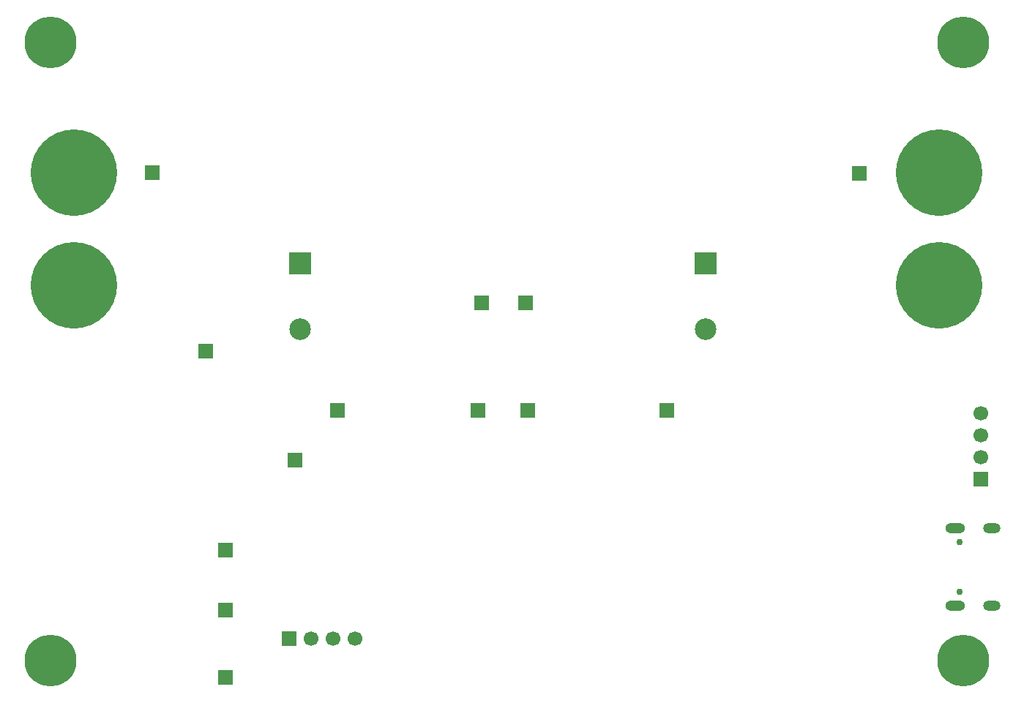
<source format=gbs>
G04*
G04 #@! TF.GenerationSoftware,Altium Limited,Altium Designer,24.7.2 (38)*
G04*
G04 Layer_Color=16711935*
%FSLAX44Y44*%
%MOMM*%
G71*
G04*
G04 #@! TF.SameCoordinates,1A42ED2C-D2DC-4C4E-9266-FAA71F5D9F86*
G04*
G04*
G04 #@! TF.FilePolarity,Negative*
G04*
G01*
G75*
%ADD63R,1.7000X1.7000*%
%ADD64C,1.7000*%
%ADD65C,0.7500*%
%ADD66O,2.0000X1.2000*%
%ADD67O,2.3000X1.2000*%
%ADD68R,1.7000X1.7000*%
%ADD69C,10.0000*%
%ADD70R,2.5000X2.5000*%
%ADD71C,2.5000*%
%ADD72C,6.0000*%
D63*
X1189000Y324900D02*
D03*
X826000Y404000D02*
D03*
X664480Y404120D02*
D03*
X607330D02*
D03*
X395240Y346970D02*
D03*
X1048020Y678440D02*
D03*
X661940Y528580D02*
D03*
X611140D02*
D03*
X230140Y679710D02*
D03*
X292370Y472700D02*
D03*
X444770Y404120D02*
D03*
D64*
X1189000Y350300D02*
D03*
Y375700D02*
D03*
Y401100D02*
D03*
X414290Y139960D02*
D03*
X465090D02*
D03*
X439690D02*
D03*
D65*
X1164590Y194141D02*
D03*
Y251941D02*
D03*
D66*
X1201090Y178040D02*
D03*
X1201090Y268041D02*
D03*
D67*
X1159590Y268039D02*
D03*
X1159590Y178039D02*
D03*
D68*
X388890Y139960D02*
D03*
X315230Y95510D02*
D03*
Y172980D02*
D03*
Y242830D02*
D03*
D69*
X1140730Y679710D02*
D03*
Y548900D02*
D03*
X139970D02*
D03*
Y679710D02*
D03*
D70*
X870601Y574300D02*
D03*
X401590D02*
D03*
D71*
X870601Y498300D02*
D03*
X401590D02*
D03*
D72*
X1168200Y115000D02*
D03*
Y830400D02*
D03*
X112500Y115000D02*
D03*
Y830400D02*
D03*
M02*

</source>
